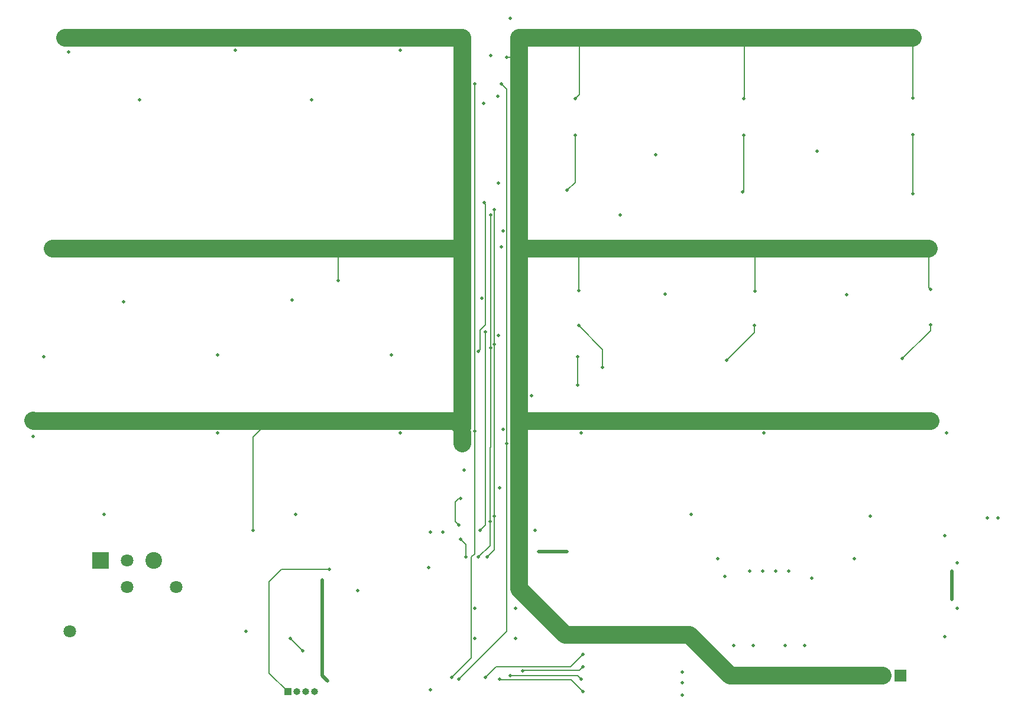
<source format=gbr>
%TF.GenerationSoftware,KiCad,Pcbnew,7.0.7*%
%TF.CreationDate,2024-03-09T13:17:09+01:00*%
%TF.ProjectId,button-board,62757474-6f6e-42d6-926f-6172642e6b69,rev?*%
%TF.SameCoordinates,Original*%
%TF.FileFunction,Copper,L3,Inr*%
%TF.FilePolarity,Positive*%
%FSLAX46Y46*%
G04 Gerber Fmt 4.6, Leading zero omitted, Abs format (unit mm)*
G04 Created by KiCad (PCBNEW 7.0.7) date 2024-03-09 13:17:09*
%MOMM*%
%LPD*%
G01*
G04 APERTURE LIST*
%TA.AperFunction,ComponentPad*%
%ADD10R,2.400000X2.400000*%
%TD*%
%TA.AperFunction,ComponentPad*%
%ADD11C,1.800000*%
%TD*%
%TA.AperFunction,ComponentPad*%
%ADD12C,2.400000*%
%TD*%
%TA.AperFunction,ComponentPad*%
%ADD13R,1.700000X1.700000*%
%TD*%
%TA.AperFunction,ComponentPad*%
%ADD14O,1.700000X1.700000*%
%TD*%
%TA.AperFunction,ComponentPad*%
%ADD15R,1.000000X1.000000*%
%TD*%
%TA.AperFunction,ComponentPad*%
%ADD16O,1.000000X1.000000*%
%TD*%
%TA.AperFunction,ViaPad*%
%ADD17C,0.500000*%
%TD*%
%TA.AperFunction,Conductor*%
%ADD18C,0.177800*%
%TD*%
%TA.AperFunction,Conductor*%
%ADD19C,0.508000*%
%TD*%
%TA.AperFunction,Conductor*%
%ADD20C,2.540000*%
%TD*%
G04 APERTURE END LIST*
D10*
%TO.N,GND*%
%TO.C,J5*%
X14986000Y17323500D03*
D11*
%TO.N,/control/DMX.N*%
X18796000Y13513500D03*
%TO.N,/control/DMX.P*%
X18796000Y17323500D03*
%TO.N,Net-(J5-P3-Pad4)*%
X25776000Y13513500D03*
D12*
%TO.N,Net-(J5-P5)*%
X22606000Y17323500D03*
D11*
%TO.N,unconnected-(J5-PadG)*%
X10546000Y7153500D03*
%TD*%
D13*
%TO.N,GND*%
%TO.C,J1*%
X129545000Y773000D03*
D14*
%TO.N,+5V*%
X127005000Y773000D03*
%TD*%
D15*
%TO.N,/control/ESP_PROG.EN*%
%TO.C,J4*%
X41788000Y-1524000D03*
D16*
%TO.N,/control/ESP_PROG.IO0*%
X43058000Y-1524000D03*
%TO.N,/control/ESP_PROG.RX*%
X44328000Y-1524000D03*
%TO.N,/control/ESP_PROG.TX*%
X45598000Y-1524000D03*
%TD*%
D17*
%TO.N,GND*%
X72613600Y36068000D03*
X122936000Y17526000D03*
X61976000Y16256000D03*
X103378000Y17526000D03*
X105664000Y5080000D03*
X76708000Y40924400D03*
X77216000Y21590000D03*
X99568000Y23876000D03*
X98298000Y1270000D03*
X68580000Y10414000D03*
X68580000Y6096000D03*
X135890000Y6350000D03*
X70866000Y89662000D03*
X137668000Y16916000D03*
X143510000Y23368000D03*
X18288000Y54356000D03*
X137668000Y10448900D03*
X141986000Y23368000D03*
X71912400Y71374000D03*
X109812666Y15748000D03*
X94488000Y75438000D03*
X20574000Y83312000D03*
X42418000Y54610000D03*
X62230000Y21336000D03*
X62230000Y-1270000D03*
X104394000Y14986000D03*
X98298000Y-254000D03*
X107950000Y15748000D03*
X69850000Y82804000D03*
X45212000Y83312000D03*
X113030000Y5080000D03*
X73660000Y94996000D03*
X74422000Y10414000D03*
X98298000Y-2032000D03*
X64008000Y21336000D03*
X15494000Y23876000D03*
X67056000Y30226000D03*
X135890000Y20828000D03*
X72136000Y27686000D03*
X121793960Y55372000D03*
X89408000Y66802000D03*
X116840000Y14732000D03*
X74422000Y6096000D03*
X95819000Y55459000D03*
X51816000Y12954000D03*
X115824000Y5080000D03*
X72613600Y64516000D03*
X111675332Y15748000D03*
X35814000Y7112000D03*
X69565600Y54864000D03*
X125222000Y23622000D03*
X42926000Y23876000D03*
X71882000Y83820000D03*
X113538000Y15748000D03*
X117602000Y75946000D03*
X72390000Y62230000D03*
X108458000Y5080000D03*
X71912400Y49530000D03*
%TO.N,+3V3*%
X77724000Y18542000D03*
X81788000Y18542000D03*
X47498000Y0D03*
X46736000Y14478000D03*
%TO.N,/control/ESP_PROG.EN*%
X47752000Y16002000D03*
%TO.N,+5V*%
X133858000Y56134000D03*
X31496000Y37280000D03*
X74930000Y30734000D03*
X74930000Y31496000D03*
X131318000Y83566000D03*
X112522000Y37280000D03*
X8128000Y61976000D03*
X73152000Y89408000D03*
X57150000Y92202000D03*
X66802000Y35560000D03*
X108712000Y55880000D03*
X49022000Y57404000D03*
X83422559Y55949765D03*
X76454000Y37280000D03*
X5392000Y37280000D03*
X57404000Y37280000D03*
X66802000Y34036000D03*
X9906000Y92202000D03*
X133858000Y37280000D03*
X66548000Y26162000D03*
X82922560Y83486324D03*
X66802000Y66294000D03*
X36830000Y21590000D03*
X34290000Y92202000D03*
X86360000Y37280000D03*
X74930000Y20320000D03*
X66802000Y51562000D03*
X33020000Y61976000D03*
X107109480Y83486324D03*
X66294000Y22352000D03*
X66802000Y47752000D03*
X66802000Y34798000D03*
X66802000Y70104000D03*
X74930000Y29972000D03*
X74930000Y29210000D03*
%TO.N,Net-(D13-K)*%
X86868000Y44958000D03*
X83422559Y50985765D03*
%TO.N,Net-(D14-K)*%
X108609478Y50985765D03*
X104648000Y45974000D03*
%TO.N,Net-(D15-K)*%
X129794000Y46228000D03*
X133796400Y51086245D03*
%TO.N,VBUS*%
X136906000Y11684000D03*
X136906000Y15748000D03*
%TO.N,Net-(P1-Pad1)*%
X5334000Y35052000D03*
%TO.N,Net-(P2-Pad1)*%
X31750000Y35560000D03*
%TO.N,Net-(P3-Pad1)*%
X57912000Y35560000D03*
%TO.N,Net-(P4-Pad1)*%
X83820000Y35560000D03*
%TO.N,Net-(P5-Pad1)*%
X109982000Y35560000D03*
%TO.N,Net-(P6-Pad1)*%
X136144000Y35560000D03*
%TO.N,Net-(P7-Pad1)*%
X6858000Y46482000D03*
%TO.N,Net-(P8-Pad1)*%
X31750000Y46736000D03*
%TO.N,Net-(P9-Pad1)*%
X56642000Y46736000D03*
%TO.N,Net-(P10-Pad1)*%
X83312000Y46482000D03*
X83312000Y42418000D03*
%TO.N,Net-(P13-Pad1)*%
X10414000Y90170000D03*
%TO.N,Net-(P14-Pad1)*%
X34290000Y90424000D03*
%TO.N,Net-(P15-Pad1)*%
X57912000Y90424000D03*
%TO.N,Net-(D19-K)*%
X81788000Y70358000D03*
X82922560Y78286324D03*
%TO.N,Net-(D20-K)*%
X107109480Y78286324D03*
X106934000Y70104000D03*
%TO.N,Net-(D21-K)*%
X131296402Y78361684D03*
X131318000Y69850000D03*
%TO.N,/control/JTAG.TMS*%
X84074000Y3810000D03*
X70104000Y508000D03*
%TO.N,/control/JTAG.TCK*%
X84074000Y2032000D03*
X75453200Y1493600D03*
%TO.N,/control/JTAG.TDO*%
X83820000Y254000D03*
X73660000Y762000D03*
%TO.N,/control/JTAG.TDI*%
X72136000Y254000D03*
X84074000Y-1524000D03*
%TO.N,/control/I2C.SCL*%
X65278000Y508000D03*
X68549100Y85598000D03*
X68549100Y35814000D03*
%TO.N,/control/SR.DATA*%
X67310000Y17780000D03*
X66548000Y20320000D03*
%TO.N,/control/SR.CLOCK*%
X70835100Y47752000D03*
X69088000Y17780000D03*
X70835600Y66802000D03*
X70738707Y22860000D03*
%TO.N,/control/SR.LATCH*%
X70358000Y17780000D03*
X71374000Y23622000D03*
X71374000Y48260000D03*
X71374000Y67564000D03*
%TO.N,/control/I2C.SCK*%
X73152000Y34036000D03*
X66294000Y254000D03*
X72364000Y85624000D03*
%TO.N,/display/led_row_0_1/LED_SER_OUT*%
X69088000Y47244000D03*
X69880400Y68580000D03*
%TO.N,Net-(U4-SER)*%
X69342000Y21601000D03*
X70104000Y50038000D03*
%TO.N,Net-(U2-GPIO21)*%
X43942000Y4318000D03*
X42164000Y6096000D03*
%TD*%
D18*
%TO.N,/control/SR.LATCH*%
X71374000Y67564000D02*
X71374000Y48260000D01*
%TO.N,/control/SR.CLOCK*%
X70835100Y33528000D02*
X70835600Y66802000D01*
%TO.N,/display/led_row_0_1/LED_SER_OUT*%
X69342000Y50292000D02*
X69342000Y47498000D01*
X70104000Y51054000D02*
X69342000Y50292000D01*
X69342000Y47498000D02*
X69088000Y47244000D01*
X70104000Y68356400D02*
X70104000Y51054000D01*
D19*
%TO.N,+3V3*%
X78486000Y18542000D02*
X77724000Y18542000D01*
X46736000Y14478000D02*
X46736000Y762000D01*
X81788000Y18542000D02*
X78486000Y18542000D01*
X46736000Y762000D02*
X47498000Y0D01*
D18*
%TO.N,/control/ESP_PROG.EN*%
X41788000Y-1524000D02*
X39116000Y1148000D01*
X40894000Y16002000D02*
X47752000Y16002000D01*
X39116000Y14224000D02*
X40894000Y16002000D01*
X39116000Y1148000D02*
X39116000Y14224000D01*
%TO.N,+5V*%
X36830000Y34994000D02*
X39116000Y37280000D01*
D20*
X33020000Y61976000D02*
X8128000Y61976000D01*
X66802000Y61976000D02*
X66802000Y66294000D01*
D18*
X131318000Y92144000D02*
X131260000Y92202000D01*
D20*
X74930000Y31496000D02*
X74930000Y32258000D01*
X49022000Y61976000D02*
X33020000Y61976000D01*
X74930000Y92202000D02*
X131260000Y92202000D01*
X133858000Y37280000D02*
X112522000Y37280000D01*
X86360000Y37280000D02*
X112522000Y37280000D01*
D18*
X83422559Y55949765D02*
X83422559Y61865441D01*
D20*
X99314000Y6604000D02*
X81534000Y6604000D01*
X57404000Y37280000D02*
X39116000Y37280000D01*
D18*
X83566000Y91409600D02*
X83566000Y84129764D01*
D20*
X66802000Y36322000D02*
X66802000Y47752000D01*
X66802000Y35560000D02*
X66802000Y34036000D01*
X74930000Y61976000D02*
X74930000Y89662000D01*
X74930000Y37338000D02*
X74988000Y37280000D01*
X74930000Y37338000D02*
X74930000Y61976000D01*
D18*
X107188000Y83564844D02*
X107109480Y83486324D01*
D20*
X66802000Y92202000D02*
X57150000Y92202000D01*
D18*
X66548000Y26162000D02*
X66294000Y26162000D01*
D20*
X66802000Y70104000D02*
X66802000Y92202000D01*
X103124000Y2794000D02*
X99314000Y6604000D01*
X81534000Y6604000D02*
X74930000Y13208000D01*
X74930000Y29972000D02*
X74930000Y30734000D01*
X105145000Y773000D02*
X103124000Y2794000D01*
X31496000Y37280000D02*
X5392000Y37280000D01*
X74930000Y30734000D02*
X74930000Y31496000D01*
X39116000Y37280000D02*
X31496000Y37280000D01*
X83312000Y61976000D02*
X108712000Y61976000D01*
X65844000Y37280000D02*
X57404000Y37280000D01*
X66802000Y61976000D02*
X49022000Y61976000D01*
X76454000Y37280000D02*
X86360000Y37280000D01*
D18*
X83566000Y84129764D02*
X82922560Y83486324D01*
X107188000Y91917600D02*
X107188000Y83564844D01*
D20*
X66802000Y66294000D02*
X66802000Y70104000D01*
D18*
X65786000Y22860000D02*
X66294000Y22352000D01*
D20*
X127005000Y773000D02*
X105145000Y773000D01*
X12192000Y92202000D02*
X9906000Y92202000D01*
D18*
X133858000Y56134000D02*
X133604000Y56388000D01*
X83422559Y61865441D02*
X83312000Y61976000D01*
D20*
X74930000Y61976000D02*
X83312000Y61976000D01*
D18*
X66294000Y26162000D02*
X65786000Y25654000D01*
X131318000Y83566000D02*
X131318000Y92144000D01*
D20*
X74930000Y29210000D02*
X74930000Y29972000D01*
X74930000Y20320000D02*
X74930000Y29210000D01*
X74930000Y89662000D02*
X74930000Y92202000D01*
X74930000Y13208000D02*
X74930000Y20320000D01*
X74930000Y32258000D02*
X74930000Y37338000D01*
D18*
X65786000Y25654000D02*
X65786000Y22860000D01*
D20*
X66802000Y51562000D02*
X66802000Y61976000D01*
X108712000Y61976000D02*
X133604000Y61976000D01*
D18*
X108712000Y55880000D02*
X108712000Y61976000D01*
D20*
X5392000Y37280000D02*
X5334000Y37338000D01*
X66802000Y36322000D02*
X65844000Y37280000D01*
D18*
X74676000Y89408000D02*
X74930000Y89662000D01*
X36830000Y21590000D02*
X36830000Y34994000D01*
D20*
X74988000Y37280000D02*
X76454000Y37280000D01*
X34290000Y92202000D02*
X12192000Y92202000D01*
X66802000Y47752000D02*
X66802000Y51562000D01*
X57150000Y92202000D02*
X34290000Y92202000D01*
D18*
X73152000Y89408000D02*
X74676000Y89408000D01*
X133604000Y56388000D02*
X133604000Y61976000D01*
X49022000Y57404000D02*
X49022000Y61976000D01*
%TO.N,Net-(D13-K)*%
X86868000Y44958000D02*
X86868000Y47540324D01*
X86868000Y47540324D02*
X83422559Y50985765D01*
%TO.N,Net-(D14-K)*%
X108609478Y49935478D02*
X108609478Y50985765D01*
X104648000Y45974000D02*
X108609478Y49935478D01*
%TO.N,Net-(D15-K)*%
X133796400Y50230400D02*
X133796400Y51086245D01*
X129794000Y46228000D02*
X133796400Y50230400D01*
D19*
%TO.N,VBUS*%
X136906000Y15748000D02*
X136906000Y11684000D01*
D18*
%TO.N,Net-(P10-Pad1)*%
X83312000Y42418000D02*
X83312000Y46482000D01*
%TO.N,Net-(D19-K)*%
X82922560Y71492560D02*
X82922560Y78286324D01*
X81788000Y70358000D02*
X82922560Y71492560D01*
%TO.N,Net-(D20-K)*%
X106934000Y70104000D02*
X107109480Y70279480D01*
X107109480Y70279480D02*
X107109480Y78286324D01*
%TO.N,Net-(D21-K)*%
X131318000Y78340086D02*
X131296402Y78361684D01*
X131318000Y69850000D02*
X131318000Y78340086D01*
%TO.N,/control/JTAG.TMS*%
X82296000Y2032000D02*
X71628000Y2032000D01*
X71628000Y2032000D02*
X70104000Y508000D01*
X84074000Y3810000D02*
X82296000Y2032000D01*
%TO.N,/control/JTAG.TCK*%
X75483600Y1524000D02*
X83566000Y1524000D01*
X75453200Y1493600D02*
X75483600Y1524000D01*
X83566000Y1524000D02*
X84074000Y2032000D01*
%TO.N,/control/JTAG.TDO*%
X73660000Y762000D02*
X83312000Y762000D01*
X83312000Y762000D02*
X83820000Y254000D01*
%TO.N,/control/JTAG.TDI*%
X84074000Y-1524000D02*
X82326900Y223100D01*
X73436780Y223100D02*
X72166900Y223100D01*
X72166900Y223100D02*
X72136000Y254000D01*
X82326900Y223100D02*
X73436780Y223100D01*
%TO.N,/control/I2C.SCL*%
X68072000Y3302000D02*
X68072000Y17780000D01*
X65278000Y508000D02*
X68072000Y3302000D01*
X68072000Y17780000D02*
X68549100Y18257100D01*
X68549100Y85598000D02*
X68549100Y35814000D01*
X68549100Y18257100D02*
X68549100Y35814000D01*
%TO.N,/control/SR.DATA*%
X66548000Y20320000D02*
X67310000Y19558000D01*
X67310000Y19558000D02*
X67310000Y17780000D01*
%TO.N,/control/SR.CLOCK*%
X70738707Y33431607D02*
X70835100Y33528000D01*
X70738707Y19430707D02*
X69088000Y17780000D01*
X70738707Y22860000D02*
X70738707Y19430707D01*
X70738707Y22860000D02*
X70738707Y33431607D01*
%TO.N,/control/SR.LATCH*%
X71374000Y23622000D02*
X71374000Y48260000D01*
X71374000Y18796000D02*
X70358000Y17780000D01*
X71374000Y23622000D02*
X71374000Y18796000D01*
%TO.N,/control/I2C.SCK*%
X73152000Y34036000D02*
X73152000Y84836000D01*
X73152000Y84836000D02*
X72364000Y85624000D01*
X73152000Y34036000D02*
X73152000Y7112000D01*
X73152000Y7112000D02*
X66294000Y254000D01*
%TO.N,/display/led_row_0_1/LED_SER_OUT*%
X69880400Y68580000D02*
X70104000Y68356400D01*
%TO.N,Net-(U4-SER)*%
X70104000Y22363000D02*
X70104000Y50038000D01*
X69342000Y21601000D02*
X70104000Y22363000D01*
%TO.N,Net-(U2-GPIO21)*%
X43942000Y4318000D02*
X42164000Y6096000D01*
%TD*%
M02*

</source>
